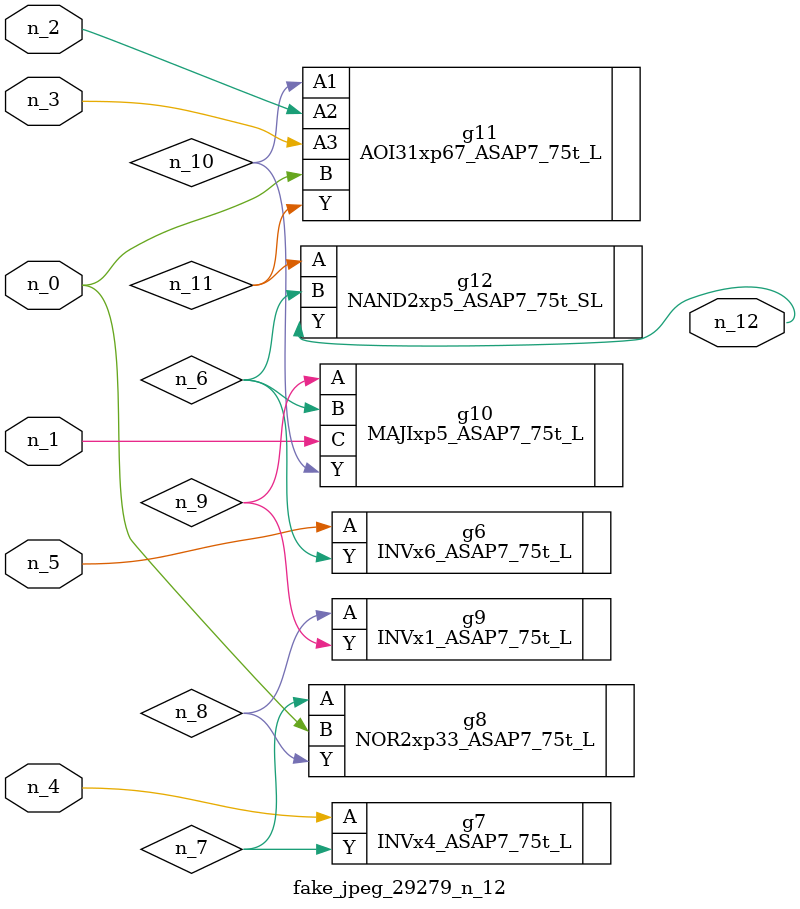
<source format=v>
module fake_jpeg_29279_n_12 (n_3, n_2, n_1, n_0, n_4, n_5, n_12);

input n_3;
input n_2;
input n_1;
input n_0;
input n_4;
input n_5;

output n_12;

wire n_11;
wire n_10;
wire n_8;
wire n_9;
wire n_6;
wire n_7;

INVx6_ASAP7_75t_L g6 ( 
.A(n_5),
.Y(n_6)
);

INVx4_ASAP7_75t_L g7 ( 
.A(n_4),
.Y(n_7)
);

NOR2xp33_ASAP7_75t_L g8 ( 
.A(n_7),
.B(n_0),
.Y(n_8)
);

INVx1_ASAP7_75t_L g9 ( 
.A(n_8),
.Y(n_9)
);

MAJIxp5_ASAP7_75t_L g10 ( 
.A(n_9),
.B(n_6),
.C(n_1),
.Y(n_10)
);

AOI31xp67_ASAP7_75t_L g11 ( 
.A1(n_10),
.A2(n_2),
.A3(n_3),
.B(n_0),
.Y(n_11)
);

NAND2xp5_ASAP7_75t_SL g12 ( 
.A(n_11),
.B(n_6),
.Y(n_12)
);


endmodule
</source>
